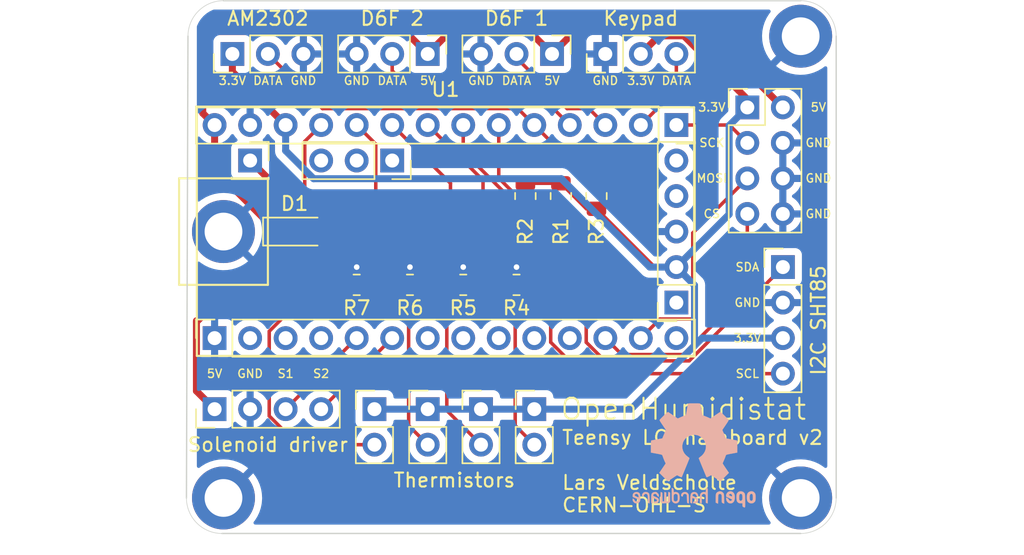
<source format=kicad_pcb>
(kicad_pcb (version 20210824) (generator pcbnew)
  (layers (0 "F.Cu" signal) (31 "B.Cu" signal) (34 "B.Paste" user) (35 "F.Paste" user) (36 "B.SilkS" user "B.Silkscreen") (37 "F.SilkS" user "F.Silkscreen") (38 "B.Mask" user) (39 "F.Mask" user) (44 "Edge.Cuts" user))
  (net 0 "")
  (net 1 "GND")
  (net 2 "+5V")
  (net 3 "+3V3")
  (net 4 "/11_MOSI0")
  (net 5 "/10_CS0")
  (net 6 "/2")
  (net 7 "/1_MISO1")
  (net 8 "/19_A5_SCL0")
  (net 9 "/18_A4_SDA0")
  (net 10 "/17_A3")
  (net 11 "/16_A2")
  (net 12 "/15_A1")
  (net 13 "/13_LED_SCK0")
  (net 14 "/14_A0")
  (net 15 "/12_MISO0")
  (net 16 "/9")
  (net 17 "/8")
  (net 18 "/7")
  (net 19 "/6_CS1")
  (net 20 "/5")
  (net 21 "/4")
  (net 22 "/3")
  (net 23 "/0_MOSI1")
  (net 24 "/23_A9_SDA1")
  (net 25 "/22_A8_SCL1")
  (net 26 "/20_A6_SCK1")
  (net 27 "/26_A12_DAC")
  (net 28 "/Program")
  (net 29 "Net-(J3-Pad1)")
  (net 30 "Net-(J4-Pad3)")
  (net 31 "/24_A10")
  (net 32 "/25_A11")
  (net 33 "VBUS")
  (net 34 "/21_A7")
  (footprint "Connector_PinSocket_2.54mm:PinSocket_1x14_P2.54mm_Vertical" (layer "F.Cu") (at 43.18 147.32 90)
    (fp_text reference "J1" hide)
    (fp_text value "Conn_01x14" hide)
    (pad "1" thru_hole rect locked (at 0 0 90) (size 1.7 1.7) (drill 1) (layers *.Cu *.Mask) (net 1 "GND"))
    (pad "2" thru_hole oval locked (at 0 2.54 90) (size 1.7 1.7) (drill 1) (layers *.Cu *.Mask) (net 23 "/0_MOSI1"))
    (pad "3" thru_hole oval locked (at 0 5.08 90) (size 1.7 1.7) (drill 1) (layers *.Cu *.Mask) (net 7 "/1_MISO1"))
    (pad "4" thru_hole oval locked (at 0 7.62 90) (size 1.7 1.7) (drill 1) (layers *.Cu *.Mask) (net 6 "/2"))
    (pad "5" thru_hole oval locked (at 0 10.16 90) (size 1.7 1.7) (drill 1) (layers *.Cu *.Mask) (net 22 "/3"))
    (pad "6" thru_hole oval locked (at 0 12.7 90) (size 1.7 1.7) (drill 1) (layers *.Cu *.Mask) (net 21 "/4"))
    (pad "7" thru_hole oval locked (at 0 15.24 90) (size 1.7 1.7) (drill 1) (layers *.Cu *.Mask) (net 20 "/5"))
    (pad "8" thru_hole oval locked (at 0 17.78 90) (size 1.7 1.7) (drill 1) (layers *.Cu *.Mask) (net 19 "/6_CS1"))
    (pad "9" thru_hole oval locked (at 0 20.32 90) (size 1.7 1.7) (drill 1) (layers *.Cu *.Mask) (net 18 "/7"))
    (pad "10" thru_hole oval locked (at 0 22.86 90) (size 1.7 1.7) (drill 1) (layers *.Cu *.Mask) (net 17 "/8"))
    (pad "11" thru_hole oval locked (at 0 25.4 90) (size 1.7 1.7) (drill 1) (layers *.Cu *.Mask) (net 16 "/9"))
    (pad "12" thru_hole oval locked (at 0 27.94 90) (size 1.7 1.7) (drill 1) (layers *.Cu *.Mask) (net 5 "/10_CS0"))
    (pad "13" thru_hole oval locked (at 0 30.48 90) (size 1.7 1.7) (drill 1) (layers *.Cu *.Mask) (net 4 "/11_MOSI0"))
    (pad "14" thru_hole oval locked (at 0 33.02 90) (size 1.7 1.7) (drill 1) (layers *.Cu *.Mask) (net 15 "/12_MISO0"))
  )
  (footprint "Connector_PinSocket_2.54mm:PinSocket_1x14_P2.54mm_Vertical" (layer "F.Cu") (at 76.2 132.08 -90)
    (fp_text reference "J2" hide)
    (fp_text value "Conn_01x14" hide)
    (pad "1" thru_hole rect locked (at 0 0 270) (size 1.7 1.7) (drill 1) (layers *.Cu *.Mask) (net 13 "/13_LED_SCK0"))
    (pad "2" thru_hole oval locked (at 0 2.54 270) (size 1.7 1.7) (drill 1) (layers *.Cu *.Mask) (net 14 "/14_A0"))
    (pad "3" thru_hole oval locked (at 0 5.08 270) (size 1.7 1.7) (drill 1) (layers *.Cu *.Mask) (net 12 "/15_A1"))
    (pad "4" thru_hole oval locked (at 0 7.62 270) (size 1.7 1.7) (drill 1) (layers *.Cu *.Mask) (net 11 "/16_A2"))
    (pad "5" thru_hole oval locked (at 0 10.16 270) (size 1.7 1.7) (drill 1) (layers *.Cu *.Mask) (net 10 "/17_A3"))
    (pad "6" thru_hole oval locked (at 0 12.7 270) (size 1.7 1.7) (drill 1) (layers *.Cu *.Mask) (net 9 "/18_A4_SDA0"))
    (pad "7" thru_hole oval locked (at 0 15.24 270) (size 1.7 1.7) (drill 1) (layers *.Cu *.Mask) (net 8 "/19_A5_SCL0"))
    (pad "8" thru_hole oval locked (at 0 17.78 270) (size 1.7 1.7) (drill 1) (layers *.Cu *.Mask) (net 26 "/20_A6_SCK1"))
    (pad "9" thru_hole oval locked (at 0 20.32 270) (size 1.7 1.7) (drill 1) (layers *.Cu *.Mask) (net 34 "/21_A7"))
    (pad "10" thru_hole oval locked (at 0 22.86 270) (size 1.7 1.7) (drill 1) (layers *.Cu *.Mask) (net 25 "/22_A8_SCL1"))
    (pad "11" thru_hole oval locked (at 0 25.4 270) (size 1.7 1.7) (drill 1) (layers *.Cu *.Mask) (net 24 "/23_A9_SDA1"))
    (pad "12" thru_hole oval locked (at 0 27.94 270) (size 1.7 1.7) (drill 1) (layers *.Cu *.Mask) (net 3 "+3V3"))
    (pad "13" thru_hole oval locked (at 0 30.48 270) (size 1.7 1.7) (drill 1) (layers *.Cu *.Mask) (net 1 "GND"))
    (pad "14" thru_hole oval locked (at 0 33.02 270) (size 1.7 1.7) (drill 1) (layers *.Cu *.Mask) (net 2 "+5V"))
  )
  (footprint "Connector_PinSocket_2.54mm:PinSocket_1x05_P2.54mm_Vertical" (layer "F.Cu") (at 76.2 144.78 180)
    (fp_text reference "J3" hide)
    (fp_text value "Conn_01x05" hide)
    (pad "1" thru_hole rect locked (at 0 0 180) (size 1.7 1.7) (drill 1) (layers *.Cu *.Mask) (net 29 "Net-(J3-Pad1)"))
    (pad "2" thru_hole oval locked (at 0 2.54 180) (size 1.7 1.7) (drill 1) (layers *.Cu *.Mask) (net 3 "+3V3"))
    (pad "3" thru_hole oval locked (at 0 5.08 180) (size 1.7 1.7) (drill 1) (layers *.Cu *.Mask) (net 1 "GND"))
    (pad "4" thru_hole oval locked (at 0 7.62 180) (size 1.7 1.7) (drill 1) (layers *.Cu *.Mask) (net 28 "/Program"))
    (pad "5" thru_hole oval locked (at 0 10.16 180) (size 1.7 1.7) (drill 1) (layers *.Cu *.Mask) (net 27 "/26_A12_DAC"))
  )
  (footprint "Connector_PinSocket_2.54mm:PinSocket_1x03_P2.54mm_Vertical" (layer "F.Cu") (at 55.88 134.62 -90)
    (fp_text reference "J4" hide)
    (fp_text value "Conn_01x03" hide)
    (pad "1" thru_hole rect locked (at 0 0 270) (size 1.7 1.7) (drill 1) (layers *.Cu *.Mask) (net 32 "/25_A11"))
    (pad "2" thru_hole oval locked (at 0 2.54 270) (size 1.7 1.7) (drill 1) (layers *.Cu *.Mask) (net 31 "/24_A10"))
    (pad "3" thru_hole oval locked (at 0 5.08 270) (size 1.7 1.7) (drill 1) (layers *.Cu *.Mask) (net 30 "Net-(J4-Pad3)"))
  )
  (footprint "Connector_PinSocket_2.54mm:PinSocket_1x01_P2.54mm_Vertical" (layer "F.Cu") (at 45.72 134.62)
    (fp_text reference "J5" hide)
    (fp_text value "Conn_01x01" hide)
    (pad "1" thru_hole rect locked (at 0 0) (size 1.7 1.7) (drill 1) (layers *.Cu *.Mask) (net 33 "VBUS"))
  )
  (footprint "Connector_PinHeader_2.54mm:PinHeader_1x03_P2.54mm_Vertical" (layer "F.Cu") (at 71.12 127 90)
    (fp_text reference "J6" hide)
    (fp_text value "Keypad" (at 2.54 2.54 180) (layer "F.SilkS"))
    (pad "1" thru_hole rect locked (at 0 0 90) (size 1.7 1.7) (drill 1) (layers *.Cu *.Mask) (net 1 "GND"))
    (pad "2" thru_hole oval locked (at 0 2.54 90) (size 1.7 1.7) (drill 1) (layers *.Cu *.Mask) (net 3 "+3V3"))
    (pad "3" thru_hole oval locked (at 0 5.08 90) (size 1.7 1.7) (drill 1) (layers *.Cu *.Mask) (net 14 "/14_A0"))
  )
  (footprint "Connector_PinHeader_2.54mm:PinHeader_1x03_P2.54mm_Vertical" (layer "F.Cu") (at 58.42 127 -90)
    (fp_text reference "J7" hide)
    (fp_text value "D6F 2" (at -2.54 2.54 180) (layer "F.SilkS"))
    (pad "1" thru_hole rect locked (at 0 0 270) (size 1.7 1.7) (drill 1) (layers *.Cu *.Mask) (net 2 "+5V"))
    (pad "2" thru_hole oval locked (at 0 2.54 270) (size 1.7 1.7) (drill 1) (layers *.Cu *.Mask) (net 11 "/16_A2"))
    (pad "3" thru_hole oval locked (at 0 5.08 270) (size 1.7 1.7) (drill 1) (layers *.Cu *.Mask) (net 1 "GND"))
  )
  (footprint "Connector_PinHeader_2.54mm:PinHeader_1x03_P2.54mm_Vertical" (layer "F.Cu") (at 67.31 127 -90)
    (fp_text reference "J8" hide)
    (fp_text value "D6F 1" (at -2.54 2.54 180) (layer "F.SilkS"))
    (pad "1" thru_hole rect locked (at 0 0 270) (size 1.7 1.7) (drill 1) (layers *.Cu *.Mask) (net 2 "+5V"))
    (pad "2" thru_hole oval locked (at 0 2.54 270) (size 1.7 1.7) (drill 1) (layers *.Cu *.Mask) (net 12 "/15_A1"))
    (pad "3" thru_hole oval locked (at 0 5.08 270) (size 1.7 1.7) (drill 1) (layers *.Cu *.Mask) (net 1 "GND"))
  )
  (footprint "Connector_PinHeader_2.54mm:PinHeader_2x04_P2.54mm_Vertical" (layer "F.Cu") (at 81.275 130.82)
    (fp_text reference "J9" hide)
    (fp_text value "SPI LCD")
    (pad "1" thru_hole rect locked (at 0 0) (size 1.7 1.7) (drill 1) (layers *.Cu *.Mask) (net 3 "+3V3"))
    (pad "2" thru_hole oval locked (at 2.54 0) (size 1.7 1.7) (drill 1) (layers *.Cu *.Mask) (net 2 "+5V"))
    (pad "3" thru_hole oval locked (at 0 2.54) (size 1.7 1.7) (drill 1) (layers *.Cu *.Mask) (net 13 "/13_LED_SCK0"))
    (pad "4" thru_hole oval locked (at 2.54 2.54) (size 1.7 1.7) (drill 1) (layers *.Cu *.Mask) (net 1 "GND"))
    (pad "5" thru_hole oval locked (at 0 5.08) (size 1.7 1.7) (drill 1) (layers *.Cu *.Mask) (net 4 "/11_MOSI0"))
    (pad "6" thru_hole oval locked (at 2.54 5.08) (size 1.7 1.7) (drill 1) (layers *.Cu *.Mask) (net 1 "GND"))
    (pad "7" thru_hole oval locked (at 0 7.62) (size 1.7 1.7) (drill 1) (layers *.Cu *.Mask) (net 5 "/10_CS0"))
    (pad "8" thru_hole oval locked (at 2.54 7.62) (size 1.7 1.7) (drill 1) (layers *.Cu *.Mask) (net 1 "GND"))
  )
  (footprint "Connector_PinHeader_2.54mm:PinHeader_1x04_P2.54mm_Vertical" (layer "F.Cu") (at 83.82 142.24)
    (fp_text reference "J10" hide)
    (fp_text value "I2C SHT85" (at 2.54 3.81 90) (layer "F.SilkS"))
    (pad "1" thru_hole rect locked (at 0 0) (size 1.7 1.7) (drill 1) (layers *.Cu *.Mask) (net 9 "/18_A4_SDA0"))
    (pad "2" thru_hole oval locked (at 0 2.54) (size 1.7 1.7) (drill 1) (layers *.Cu *.Mask) (net 1 "GND"))
    (pad "3" thru_hole oval locked (at 0 5.08) (size 1.7 1.7) (drill 1) (layers *.Cu *.Mask) (net 3 "+3V3"))
    (pad "4" thru_hole oval locked (at 0 7.62) (size 1.7 1.7) (drill 1) (layers *.Cu *.Mask) (net 8 "/19_A5_SCL0"))
  )
  (footprint "Connector_PinHeader_2.54mm:PinHeader_1x04_P2.54mm_Vertical" (layer "F.Cu") (at 43.18 152.4 90)
    (fp_text reference "J11" hide)
    (fp_text value "Solenoid driver" (at -2.54 3.81 180) (layer "F.SilkS"))
    (pad "1" thru_hole rect locked (at 0 0 90) (size 1.7 1.7) (drill 1) (layers *.Cu *.Mask) (net 2 "+5V"))
    (pad "2" thru_hole oval locked (at 0 2.54 90) (size 1.7 1.7) (drill 1) (layers *.Cu *.Mask) (net 1 "GND"))
    (pad "3" thru_hole oval locked (at 0 5.08 90) (size 1.7 1.7) (drill 1) (layers *.Cu *.Mask) (net 22 "/3"))
    (pad "4" thru_hole oval locked (at 0 7.62 90) (size 1.7 1.7) (drill 1) (layers *.Cu *.Mask) (net 21 "/4"))
  )
  (footprint "Resistor_SMD:R_0805_2012Metric" (layer "F.Cu") (at 67.945 137.16 -90)
    (fp_text reference "R1" (at 2.54 0 90) (layer "F.SilkS"))
    (fp_text value "4.7k")
    (pad "1" smd roundrect locked (at -0.9125 0 270) (size 1.025 1.4) (layers "F.Cu" "F.Paste" "F.Mask") (roundrect_rratio 0.243902439) (net 3 "+3V3"))
    (pad "2" smd roundrect locked (at 0.9125 0 270) (size 1.025 1.4) (layers "F.Cu" "F.Paste" "F.Mask") (roundrect_rratio 0.243902439) (net 9 "/18_A4_SDA0"))
  )
  (footprint "Connector_PinHeader_2.54mm:PinHeader_1x03_P2.54mm_Vertical" (layer "F.Cu") (at 44.45 127 90)
    (fp_text reference "J12" hide)
    (fp_text value "AM2302" (at 2.54 2.54 180) (layer "F.SilkS"))
    (pad "1" thru_hole rect locked (at 0 0 90) (size 1.7 1.7) (drill 1) (layers *.Cu *.Mask) (net 3 "+3V3"))
    (pad "2" thru_hole oval locked (at 0 2.54 90) (size 1.7 1.7) (drill 1) (layers *.Cu *.Mask) (net 10 "/17_A3"))
    (pad "3" thru_hole oval locked (at 0 5.08 90) (size 1.7 1.7) (drill 1) (layers *.Cu *.Mask) (net 1 "GND"))
  )
  (footprint "Resistor_SMD:R_0805_2012Metric" (layer "F.Cu") (at 70.485 137.16 -90)
    (fp_text reference "R3" (at 2.54 0 90) (layer "F.SilkS"))
    (fp_text value "4.7k")
    (pad "1" smd roundrect locked (at -0.9125 0 270) (size 1.025 1.4) (layers "F.Cu" "F.Paste" "F.Mask") (roundrect_rratio 0.243902439) (net 10 "/17_A3"))
    (pad "2" smd roundrect locked (at 0.9125 0 270) (size 1.025 1.4) (layers "F.Cu" "F.Paste" "F.Mask") (roundrect_rratio 0.243902439) (net 3 "+3V3"))
  )
  (footprint "Connector_PinHeader_2.54mm:PinHeader_1x02_P2.54mm_Vertical" (layer "F.Cu") (at 54.61 152.4)
    (fp_text reference "J16" hide)
    (fp_text value "Conn_01x02")
    (pad "1" thru_hole rect locked (at 0 0) (size 1.7 1.7) (drill 1) (layers *.Cu *.Mask) (net 3 "+3V3"))
    (pad "2" thru_hole oval locked (at 0 2.54) (size 1.7 1.7) (drill 1) (layers *.Cu *.Mask) (net 24 "/23_A9_SDA1"))
  )
  (footprint "Connector_PinHeader_2.54mm:PinHeader_1x02_P2.54mm_Vertical" (layer "F.Cu") (at 58.42 152.4)
    (fp_text reference "J15" hide)
    (fp_text value "Conn_01x02")
    (pad "1" thru_hole rect locked (at 0 0) (size 1.7 1.7) (drill 1) (layers *.Cu *.Mask) (net 3 "+3V3"))
    (pad "2" thru_hole oval locked (at 0 2.54) (size 1.7 1.7) (drill 1) (layers *.Cu *.Mask) (net 25 "/22_A8_SCL1"))
  )
  (footprint "Connector_PinHeader_2.54mm:PinHeader_1x02_P2.54mm_Vertical" (layer "F.Cu") (at 62.23 152.4)
    (fp_text reference "J14" hide)
    (fp_text value "Conn_01x02")
    (pad "1" thru_hole rect locked (at 0 0) (size 1.7 1.7) (drill 1) (layers *.Cu *.Mask) (net 3 "+3V3"))
    (pad "2" thru_hole oval locked (at 0 2.54) (size 1.7 1.7) (drill 1) (layers *.Cu *.Mask) (net 34 "/21_A7"))
  )
  (footprint "Connector_PinHeader_2.54mm:PinHeader_1x02_P2.54mm_Vertical" (layer "F.Cu") (at 66.04 152.4)
    (fp_text reference "J13" hide)
    (fp_text value "Conn_01x02")
    (pad "1" thru_hole rect locked (at 0 0) (size 1.7 1.7) (drill 1) (layers *.Cu *.Mask) (net 3 "+3V3"))
    (pad "2" thru_hole oval locked (at 0 2.54) (size 1.7 1.7) (drill 1) (layers *.Cu *.Mask) (net 26 "/20_A6_SCK1"))
  )
  (footprint "Resistor_SMD:R_0805_2012Metric" (layer "F.Cu") (at 53.34 143.51 180)
    (fp_text reference "R7" (at 0 -1.65) (layer "F.SilkS"))
    (fp_text value "10k")
    (pad "1" smd roundrect locked (at -0.9125 0 180) (size 1.025 1.4) (layers "F.Cu" "F.Paste" "F.Mask") (roundrect_rratio 0.243902439) (net 1 "GND"))
    (pad "2" smd roundrect locked (at 0.9125 0 180) (size 1.025 1.4) (layers "F.Cu" "F.Paste" "F.Mask") (roundrect_rratio 0.243902439) (net 24 "/23_A9_SDA1"))
  )
  (footprint "Resistor_SMD:R_0805_2012Metric" (layer "F.Cu") (at 57.15 143.51 180)
    (fp_text reference "R6" (at 0 -1.65) (layer "F.SilkS"))
    (fp_text value "10k")
    (pad "1" smd roundrect locked (at -0.9125 0 180) (size 1.025 1.4) (layers "F.Cu" "F.Paste" "F.Mask") (roundrect_rratio 0.243902439) (net 1 "GND"))
    (pad "2" smd roundrect locked (at 0.9125 0 180) (size 1.025 1.4) (layers "F.Cu" "F.Paste" "F.Mask") (roundrect_rratio 0.243902439) (net 25 "/22_A8_SCL1"))
  )
  (footprint "Resistor_SMD:R_0805_2012Metric" (layer "F.Cu") (at 60.96 143.51 180)
    (fp_text reference "R5" (at 0 -1.65) (layer "F.SilkS"))
    (fp_text value "10k")
    (pad "1" smd roundrect locked (at -0.9125 0 180) (size 1.025 1.4) (layers "F.Cu" "F.Paste" "F.Mask") (roundrect_rratio 0.243902439) (net 1 "GND"))
    (pad "2" smd roundrect locked (at 0.9125 0 180) (size 1.025 1.4) (layers "F.Cu" "F.Paste" "F.Mask") (roundrect_rratio 0.243902439) (net 34 "/21_A7"))
  )
  (footprint "Resistor_SMD:R_0805_2012Metric" (layer "F.Cu") (at 64.77 143.51 180)
    (fp_text reference "R4" (at 0 -1.65) (layer "F.SilkS"))
    (fp_text value "10k")
    (pad "1" smd roundrect locked (at -0.9125 0 180) (size 1.025 1.4) (layers "F.Cu" "F.Paste" "F.Mask") (roundrect_rratio 0.243902439) (net 1 "GND"))
    (pad "2" smd roundrect locked (at 0.9125 0 180) (size 1.025 1.4) (layers "F.Cu" "F.Paste" "F.Mask") (roundrect_rratio 0.243902439) (net 26 "/20_A6_SCK1"))
  )
  (footprint "Resistor_SMD:R_0805_2012Metric" (layer "F.Cu") (at 65.405 137.16 -90)
    (fp_text reference "R2" (at 2.54 0 90) (layer "F.SilkS"))
    (fp_text value "4.7k")
    (pad "1" smd roundrect locked (at -0.9125 0 270) (size 1.025 1.4) (layers "F.Cu" "F.Paste" "F.Mask") (roundrect_rratio 0.243902439) (net 3 "+3V3"))
    (pad "2" smd roundrect locked (at 0.9125 0 270) (size 1.025 1.4) (layers "F.Cu" "F.Paste" "F.Mask") (roundrect_rratio 0.243902439) (net 8 "/19_A5_SCL0"))
  )
  (footprint "MountingHole:MountingHole_2.7mm_M2.5_ISO14580_Pad" (layer "F.Cu") (at 85.09 125.73)
    (fp_text reference "REF**" hide)
    (fp_text value "MountingHole_2.7mm_M2.5_ISO14580_Pad")
    (pad "1" thru_hole circle locked (at 0 0) (size 4.5 4.5) (drill 2.7) (layers *.Cu *.Mask) (net 1 "GND"))
  )
  (footprint "MountingHole:MountingHole_2.7mm_M2.5_ISO14580_Pad" (layer "F.Cu") (at 43.815 139.7)
    (fp_text reference "REF**" hide)
    (fp_text value "MountingHole_2.7mm_M2.5_ISO14580_Pad")
    (pad "1" thru_hole circle locked (at 0 0) (size 4.5 4.5) (drill 2.7) (layers *.Cu *.Mask) (net 1 "GND"))
  )
  (footprint "project_footprints:Teensy_LC" (layer "F.Cu") (at 59.69 139.7)
    (fp_text reference "U1" (at 0 -10.16) (layer "F.SilkS"))
    (fp_text value "Teensy-LC")
  )
  (footprint "Diode_SMD:D_SOD-123" (layer "F.Cu") (at 48.895 139.7)
    (fp_text reference "D1" (at 0 -2) (layer "F.SilkS"))
    (fp_text value "1N5817")
    (pad "1" smd rect locked (at -1.65 0) (size 0.9 1.2) (layers "F.Cu" "F.Paste" "F.Mask") (net 2 "+5V"))
    (pad "2" smd rect locked (at 1.65 0) (size 0.9 1.2) (layers "F.Cu" "F.Paste" "F.Mask") (net 33 "VBUS"))
  )
  (footprint "MountingHole:MountingHole_2.7mm_M2.5_ISO14580_Pad" (layer "F.Cu") (at 85.09 158.75)
    (fp_text reference "REF**" hide)
    (fp_text value "MountingHole_2.7mm_M2.5_ISO14580_Pad")
    (pad "1" thru_hole circle locked (at 0 0) (size 4.5 4.5) (drill 2.7) (layers *.Cu *.Mask) (net 1 "GND"))
  )
  (footprint "MountingHole:MountingHole_2.7mm_M2.5_ISO14580_Pad" (layer "F.Cu") (at 43.815 158.75)
    (fp_text reference "REF**" hide)
    (fp_text value "MountingHole_2.7mm_M2.5_ISO14580_Pad")
    (pad "1" thru_hole circle locked (at 0 0) (size 4.5 4.5) (drill 2.7) (layers *.Cu *.Mask) (net 1 "GND"))
  )
  (footprint "Symbol:OSHW-Logo2_9.8x8mm_SilkScreen" (layer "B.Cu") (at 77.47 155.702 180)
    (fp_text reference "REF**" hide)
    (fp_text value "OSHW-Logo2_9.8x8mm_SilkScreen" hide)
  )
  (gr_arc (start 43.706051 158.75) (end 41.166051 158.75) (angle -90) (layer "Edge.Cuts") (width 0.05))
  (gr_arc (start 43.815 125.73) (end 43.815 123.19) (angle -90) (layer "Edge.Cuts") (width 0.05))
  (gr_arc (start 85.09 125.73) (end 87.63 125.73) (angle -90) (layer "Edge.Cuts") (width 0.05))
  (gr_arc (start 85.09 158.75) (end 85.09 161.29) (angle -90) (layer "Edge.Cuts") (width 0.05))
  (gr_line (start 87.63 125.73) (end 87.63 158.75) (layer "Edge.Cuts") (width 0.1))
  (gr_line (start 85.09 161.29) (end 43.706051 161.29) (layer "Edge.Cuts") (width 0.1))
  (gr_line (start 43.815 123.19) (end 85.09 123.19) (layer "Edge.Cuts") (width 0.1))
  (gr_line (start 41.166051 158.75) (end 41.275 125.73) (layer "Edge.Cuts") (width 0.1))
  (gr_text "DATA" (at 46.99 128.905) (layer "F.SilkS") (effects (font (size 0.6 0.6) (thickness 0.1))))
  (gr_text "5V" (at 58.42 128.905) (layer "F.SilkS") (effects (font (size 0.6 0.6) (thickness 0.1))))
  (gr_text "3.3V" (at 73.66 128.905) (layer "F.SilkS") (effects (font (size 0.6 0.6) (thickness 0.1))))
  (gr_text "DATA" (at 76.2 128.905) (layer "F.SilkS") (effects (font (size 0.6 0.6) (thickness 0.1))))
  (gr_text "GND" (at 71.12 128.905) (layer "F.SilkS") (effects (font (size 0.6 0.6) (thickness 0.1))))
  (gr_text "S2" (at 50.8 149.86) (layer "F.SilkS") (effects (font (size 0.6 0.6) (thickness 0.1))))
  (gr_text "GND" (at 86.36 135.89) (layer "F.SilkS") (effects (font (size 0.6 0.6) (thickness 0.1))))
  (gr_text "GND" (at 86.36 138.43) (layer "F.SilkS") (effects (font (size 0.6 0.6) (thickness 0.1))))
  (gr_text "3.3V" (at 78.74 130.81) (layer "F.SilkS") (effects (font (size 0.6 0.6) (thickness 0.1))))
  (gr_text "GND" (at 86.36 133.35) (layer "F.SilkS") (effects (font (size 0.6 0.6) (thickness 0.1))))
  (gr_text "DATA" (at 55.88 128.905) (layer "F.SilkS") (effects (font (size 0.6 0.6) (thickness 0.1))))
  (gr_text "GND" (at 45.72 149.86) (layer "F.SilkS") (effects (font (size 0.6 0.6) (thickness 0.1))))
  (gr_text "GND" (at 49.53 128.905) (layer "F.SilkS") (effects (font (size 0.6 0.6) (thickness 0.1))))
  (gr_text "OpenHumidistat" (at 76.708 152.4) (layer "F.SilkS") (effects (font (size 1.5 1.5))))
  (gr_text "5V" (at 43.18 149.86) (layer "F.SilkS") (effects (font (size 0.6 0.6) (thickness 0.1))))
  (gr_text "SDA" (at 81.28 142.24) (layer "F.SilkS") (effects (font (size 0.6 0.6) (thickness 0.1))))
  (gr_text "3.3V" (at 44.45 128.905) (layer "F.SilkS") (effects (font (size 0.6 0.6) (thickness 0.1))))
  (gr_text "S1" (at 48.26 149.86) (layer "F.SilkS") (effects (font (size 0.6 0.6) (thickness 0.1))))
  (gr_text "Teensy LC mainboard v2\n\nLars Veldscholte\nCERN-OHL-S" (at 67.945 156.845) (layer "F.SilkS") (effects (font (size 1 1)) (justify left)))
  (gr_text "SCL" (at 81.28 149.86) (layer "F.SilkS") (effects (font (size 0.6 0.6) (thickness 0.1))))
  (gr_text "MOSI" (at 78.74 135.89) (layer "F.SilkS") (effects (font (size 0.6 0.6) (thickness 0.1))))
  (gr_text "5V" (at 86.36 130.81) (layer "F.SilkS") (effects (font (size 0.6 0.6) (thickness 0.1))))
  (gr_text "GND" (at 53.34 128.905) (layer "F.SilkS") (effects (font (size 0.6 0.6) (thickness 0.1))))
  (gr_text "GND" (at 81.28 144.78) (layer "F.SilkS") (effects (font (size 0.6 0.6) (thickness 0.1))))
  (gr_text "Thermistors" (at 60.325 157.48) (layer "F.SilkS") (effects (font (size 1 1))))
  (gr_text "5V" (at 67.31 128.905) (layer "F.SilkS") (effects (font (size 0.6 0.6) (thickness 0.1))))
  (gr_text "GND" (at 62.23 128.905) (layer "F.SilkS") (effects (font (size 0.6 0.6) (thickness 0.1))))
  (gr_text "CS" (at 78.74 138.43) (layer "F.SilkS") (effects (font (size 0.6 0.6) (thickness 0.1))))
  (gr_text "SCK" (at 78.74 133.35) (layer "F.SilkS") (effects (font (size 0.6 0.6) (thickness 0.1))))
  (gr_text "DATA" (at 64.77 128.905) (layer "F.SilkS") (effects (font (size 0.6 0.6) (thickness 0.1))))
  (gr_text "3.3V" (at 81.28 147.32) (layer "F.SilkS") (effects (font (size 0.6 0.6) (thickness 0.1))))
  (segment (start 64.77 142.5975) (end 65.6825 143.51) (width 0.25) (layer "F.Cu") (net 1))
  (segment (start 53.34 142.5975) (end 54.2525 143.51) (width 0.25) (layer "F.Cu") (net 1))
  (segment (start 57.15 142.5975) (end 58.0625 143.51) (width 0.25) (layer "F.Cu") (net 1))
  (segment (start 60.96 142.24) (end 60.96 142.5975) (width 0.25) (layer "F.Cu") (net 1))
  (segment (start 64.77 142.24) (end 64.77 142.5975) (width 0.25) (layer "F.Cu") (net 1))
  (segment (start 60.96 142.5975) (end 61.8725 143.51) (width 0.25) (layer "F.Cu") (net 1))
  (segment (start 57.15 142.24) (end 57.15 142.5975) (width 0.25) (layer "F.Cu") (net 1))
  (segment (start 53.34 142.24) (end 53.34 142.5975) (width 0.25) (layer "F.Cu") (net 1))
  (via (at 64.77 142.24) (size 0.8) (drill 0.4) (layers "F.Cu" "B.Cu") (net 1))
  (via (at 57.15 142.24) (size 0.8) (drill 0.4) (layers "F.Cu" "B.Cu") (net 1))
  (via (at 60.96 142.24) (size 0.8) (drill 0.4) (layers "F.Cu" "B.Cu") (net 1))
  (via (at 53.34 142.24) (size 0.8) (drill 0.4) (layers "F.Cu" "B.Cu") (net 1))
  (segment (start 45.72 132.109998) (end 45.72 132.08) (width 0.5) (layer "B.Cu") (net 1))
  (segment (start 69.309021 125.000979) (end 77.995979 125.000979) (width 0.5) (layer "F.Cu") (net 2))
  (segment (start 67.31 127) (end 69.309021 125.000979) (width 0.5) (layer "F.Cu") (net 2))
  (segment (start 65.709999 125.399999) (end 67.31 127) (width 0.5) (layer "F.Cu") (net 2))
  (segment (start 47.245 139.7) (end 47.245 140.8) (width 0.5) (layer "F.Cu") (net 2))
  (segment (start 43.18 152.4) (end 41.879999 151.099999) (width 0.5) (layer "F.Cu") (net 2))
  (segment (start 42.330001 126.069997) (end 42.999999 125.399999) (width 0.5) (layer "F.Cu") (net 2))
  (segment (start 41.879999 151.099999) (end 41.879999 146.080001) (width 0.5) (layer "F.Cu") (net 2))
  (segment (start 43.18 135.247314) (end 47.245 139.312314) (width 0.5) (layer "F.Cu") (net 2))
  (segment (start 58.42 127) (end 60.020001 125.399999) (width 0.5) (layer "F.Cu") (net 2))
  (segment (start 77.995979 125.000979) (end 83.815 130.82) (width 0.5) (layer "F.Cu") (net 2))
  (segment (start 42.999999 125.399999) (end 56.819999 125.399999) (width 0.5) (layer "F.Cu") (net 2))
  (segment (start 43.18 132.08) (end 42.330001 131.230001) (width 0.5) (layer "F.Cu") (net 2))
  (segment (start 60.020001 125.399999) (end 65.709999 125.399999) (width 0.5) (layer "F.Cu") (net 2))
  (segment (start 47.245 139.312314) (end 47.245 139.7) (width 0.5) (layer "F.Cu") (net 2))
  (segment (start 56.819999 125.399999) (end 58.42 127) (width 0.5) (layer "F.Cu") (net 2))
  (segment (start 47.245 140.8) (end 41.879999 146.165001) (width 0.5) (layer "F.Cu") (net 2))
  (segment (start 42.330001 131.230001) (end 42.330001 126.069997) (width 0.5) (layer "F.Cu") (net 2))
  (segment (start 43.18 132.08) (end 43.18 135.247314) (width 0.5) (layer "F.Cu") (net 2))
  (segment (start 67.945 136.2475) (end 65.405 136.2475) (width 0.25) (layer "F.Cu") (net 3))
  (segment (start 81.275 130.237213) (end 81.275 130.82) (width 0.5) (layer "F.Cu") (net 3))
  (segment (start 74.959511 125.700489) (end 76.738276 125.700489) (width 0.5) (layer "F.Cu") (net 3))
  (segment (start 76.2 142.24) (end 74.6525 142.24) (width 0.25) (layer "F.Cu") (net 3))
  (segment (start 44.45 128.27) (end 48.26 132.08) (width 0.5) (layer "F.Cu") (net 3))
  (segment (start 44.45 127) (end 44.45 128.27) (width 0.5) (layer "F.Cu") (net 3))
  (segment (start 74.6525 142.24) (end 70.485 138.0725) (width 0.25) (layer "F.Cu") (net 3))
  (segment (start 70.485 138.0725) (end 69.77 138.0725) (width 0.25) (layer "F.Cu") (net 3))
  (segment (start 69.77 138.0725) (end 67.945 136.2475) (width 0.25) (layer "F.Cu") (net 3))
  (segment (start 76.738276 125.700489) (end 81.275 130.237213) (width 0.5) (layer "F.Cu") (net 3))
  (segment (start 73.66 127) (end 74.959511 125.700489) (width 0.5) (layer "F.Cu") (net 3))
  (segment (start 72.957787 152.4) (end 77.499511 147.858276) (width 0.5) (layer "B.Cu") (net 3))
  (segment (start 67.974511 135.919511) (end 50.261724 135.919511) (width 0.5) (layer "B.Cu") (net 3))
  (segment (start 74.295 142.24) (end 67.974511 135.919511) (width 0.5) (layer "B.Cu") (net 3))
  (segment (start 58.42 152.4) (end 62.23 152.4) (width 0.5) (layer "B.Cu") (net 3))
  (segment (start 76.2 142.24) (end 74.295 142.24) (width 0.5) (layer "B.Cu") (net 3))
  (segment (start 48.26 133.917787) (end 48.26 132.08) (width 0.5) (layer "B.Cu") (net 3))
  (segment (start 54.61 152.4) (end 58.42 152.4) (width 0.5) (layer "B.Cu") (net 3))
  (segment (start 79.975489 132.119511) (end 81.275 130.82) (width 0.5) (layer "B.Cu") (net 3))
  (segment (start 76.2 142.24) (end 79.975489 138.464511) (width 0.5) (layer "B.Cu") (net 3))
  (segment (start 77.499511 143.539511) (end 76.2 142.24) (width 0.5) (layer "B.Cu") (net 3))
  (segment (start 77.499511 147.858276) (end 77.499511 143.539511) (width 0.5) (layer "B.Cu") (net 3))
  (segment (start 83.82 147.32) (end 78.037787 147.32) (width 0.5) (layer "B.Cu") (net 3))
  (segment (start 79.975489 138.464511) (end 79.975489 132.119511) (width 0.5) (layer "B.Cu") (net 3))
  (segment (start 78.037787 147.32) (end 77.499511 147.858276) (width 0.5) (layer "B.Cu") (net 3))
  (segment (start 66.04 152.4) (end 72.957787 152.4) (width 0.5) (layer "B.Cu") (net 3))
  (segment (start 62.23 152.4) (end 66.04 152.4) (width 0.5) (layer "B.Cu") (net 3))
  (segment (start 50.261724 135.919511) (end 48.26 133.917787) (width 0.5) (layer "B.Cu") (net 3))
  (segment (start 77.374511 139.800489) (end 81.275 135.9) (width 0.25) (layer "F.Cu") (net 4))
  (segment (start 73.66 147.32) (end 75.025489 145.954511) (width 0.25) (layer "F.Cu") (net 4))
  (segment (start 77.374511 145.954511) (end 77.374511 139.800489) (width 0.25) (layer "F.Cu") (net 4))
  (segment (start 75.025489 145.954511) (end 77.374511 145.954511) (width 0.25) (layer "F.Cu") (net 4))
  (segment (start 71.12 147.32) (end 72.294511 148.494511) (width 0.25) (layer "F.Cu") (net 5))
  (segment (start 76.686499 148.494511) (end 81.275 143.90601) (width 0.25) (layer "F.Cu") (net 5))
  (segment (start 72.294511 148.494511) (end 76.686499 148.494511) (width 0.25) (layer "F.Cu") (net 5))
  (segment (start 81.275 143.90601) (end 81.275 138.44) (width 0.25) (layer "F.Cu") (net 5))
  (segment (start 69.45899 149.86) (end 67.214511 147.615521) (width 0.25) (layer "F.Cu") (net 8))
  (segment (start 65.062376 138.0725) (end 65.405 138.0725) (width 0.25) (layer "F.Cu") (net 8))
  (segment (start 60.96 132.08) (end 60.96 133.970124) (width 0.25) (layer "F.Cu") (net 8))
  (segment (start 83.82 149.86) (end 69.45899 149.86) (width 0.25) (layer "F.Cu") (net 8))
  (segment (start 67.214511 147.615521) (end 67.214511 139.882011) (width 0.25) (layer "F.Cu") (net 8))
  (segment (start 60.96 133.970124) (end 65.062376 138.0725) (width 0.25) (layer "F.Cu") (net 8))
  (segment (start 67.214511 139.882011) (end 65.405 138.0725) (width 0.25) (layer "F.Cu") (net 8))
  (segment (start 69.754511 147.615521) (end 69.754511 139.882011) (width 0.25) (layer "F.Cu") (net 9))
  (segment (start 83.82 142.24) (end 77.115978 148.944022) (width 0.25) (layer "F.Cu") (net 9))
  (segment (start 64.86106 137.23548) (end 67.10798 137.23548) (width 0.25) (layer "F.Cu") (net 9))
  (segment (start 63.5 135.87442) (end 64.86106 137.23548) (width 0.25) (layer "F.Cu") (net 9))
  (segment (start 67.10798 137.23548) (end 67.945 138.0725) (width 0.25) (layer "F.Cu") (net 9))
  (segment (start 63.5 132.08) (end 63.5 135.87442) (width 0.25) (layer "F.Cu") (net 9))
  (segment (start 69.754511 139.882011) (end 67.945 138.0725) (width 0.25) (layer "F.Cu") (net 9))
  (segment (start 71.083012 148.944022) (end 69.754511 147.615521) (width 0.25) (layer "F.Cu") (net 9))
  (segment (start 77.115978 148.944022) (end 71.083012 148.944022) (width 0.25) (layer "F.Cu") (net 9))
  (segment (start 70.2075 136.2475) (end 70.485 136.2475) (width 0.25) (layer "F.Cu") (net 10))
  (segment (start 64.864999 130.904999) (end 66.04 132.08) (width 0.25) (layer "F.Cu") (net 10))
  (segment (start 50.894999 130.904999) (end 64.864999 130.904999) (width 0.25) (layer "F.Cu") (net 10))
  (segment (start 46.99 127) (end 50.894999 130.904999) (width 0.25) (layer "F.Cu") (net 10))
  (segment (start 66.04 132.08) (end 70.2075 136.2475) (width 0.25) (layer "F.Cu") (net 10))
  (segment (start 58.132908 130.454989) (end 66.954989 130.454989) (width 0.25) (layer "F.Cu") (net 11))
  (segment (start 55.88 127) (end 55.88 128.202081) (width 0.25) (layer "F.Cu") (net 11))
  (segment (start 66.954989 130.454989) (end 68.58 132.08) (width 0.25) (layer "F.Cu") (net 11))
  (segment (start 55.88 128.202081) (end 58.132908 130.454989) (width 0.25) (layer "F.Cu") (net 11))
  (segment (start 69.944999 130.904999) (end 71.12 132.08) (width 0.25) (layer "F.Cu") (net 12))
  (segment (start 64.77 127.285002) (end 68.389997 130.904999) (width 0.25) (layer "F.Cu") (net 12))
  (segment (start 64.77 127) (end 64.77 127.285002) (width 0.25) (layer "F.Cu") (net 12))
  (segment (start 68.389997 130.904999) (end 69.944999 130.904999) (width 0.25) (layer "F.Cu") (net 12))
  (segment (start 76.2 132.08) (end 79.995 132.08) (width 0.25) (layer "F.Cu") (net 13))
  (segment (start 79.995 132.08) (end 81.275 133.36) (width 0.25) (layer "F.Cu") (net 13))
  (segment (start 76.2 129.54) (end 73.66 132.08) (width 0.25) (layer "F.Cu") (net 14))
  (segment (start 76.2 127) (end 76.2 129.54) (width 0.25) (layer "F.Cu") (net 14))
  (segment (start 50.8 152.4) (end 55.88 147.32) (width 0.25) (layer "F.Cu") (net 21))
  (segment (start 48.26 152.4) (end 53.34 147.32) (width 0.25) (layer "F.Cu") (net 22))
  (segment (start 49.625489 137.081467) (end 51.319511 138.775489) (width 0.25) (layer "F.Cu") (net 24))
  (segment (start 47.085489 152.886499) (end 49.13899 154.94) (width 0.25) (layer "F.Cu") (net 24))
  (segment (start 51.319511 142.599479) (end 47.085489 146.833501) (width 0.25) (layer "F.Cu") (net 24))
  (segment (start 50.8 132.08) (end 49.625489 133.254511) (width 0.25) (layer "F.Cu") (net 24))
  (segment (start 51.319511 142.599479) (end 51.516979 142.599479) (width 0.25) (layer "F.Cu") (net 24))
  (segment (start 49.13899 154.94) (end 54.61 154.94) (width 0.25) (layer "F.Cu") (net 24))
  (segment (start 49.625489 133.254511) (end 49.625489 137.081467) (width 0.25) (layer "F.Cu") (net 24))
  (segment (start 51.319511 138.775489) (end 51.319511 142.599479) (width 0.25) (layer "F.Cu") (net 24))
  (segment (start 47.085489 146.833501) (end 47.085489 152.886499) (width 0.25) (layer "F.Cu") (net 24))
  (segment (start 51.516979 142.599479) (end 52.4275 143.51) (width 0.25) (layer "F.Cu") (net 24))
  (segment (start 57.054511 153.574511) (end 58.42 154.94) (width 0.25) (layer "F.Cu") (net 25))
  (segment (start 54.704999 141.977499) (end 56.2375 143.51) (width 0.25) (layer "F.Cu") (net 25))
  (segment (start 53.34 132.08) (end 54.704999 133.444999) (width 0.25) (layer "F.Cu") (net 25))
  (segment (start 54.704999 133.444999) (end 54.704999 141.977499) (width 0.25) (layer "F.Cu") (net 25))
  (segment (start 57.054511 144.327011) (end 57.054511 153.574511) (width 0.25) (layer "F.Cu") (net 25))
  (segment (start 56.2375 143.51) (end 57.054511 144.327011) (width 0.25) (layer "F.Cu") (net 25))
  (segment (start 63.8575 143.51) (end 64.674511 144.327011) (width 0.25) (layer "F.Cu") (net 26))
  (segment (start 58.42 132.08) (end 62.375489 136.035489) (width 0.25) (layer "F.Cu") (net 26))
  (segment (start 64.674511 153.574511) (end 66.04 154.94) (width 0.25) (layer "F.Cu") (net 26))
  (segment (start 62.375489 136.035489) (end 62.375489 142.027989) (width 0.25) (layer "F.Cu") (net 26))
  (segment (start 62.375489 142.027989) (end 63.8575 143.51) (width 0.25) (layer "F.Cu") (net 26))
  (segment (start 64.674511 144.327011) (end 64.674511 153.574511) (width 0.25) (layer "F.Cu") (net 26))
  (segment (start 45.72 134.62) (end 50.545 139.445) (width 0.5) (layer "F.Cu") (net 33))
  (segment (start 50.545 139.445) (end 50.545 139.7) (width 0.5) (layer "F.Cu") (net 33))
  (segment (start 60.0475 136.2475) (end 60.0475 143.51) (width 0.25) (layer "F.Cu") (net 34))
  (segment (start 60.0475 143.51) (end 59.785489 143.772011) (width 0.25) (layer "F.Cu") (net 34))
  (segment (start 59.785489 152.495489) (end 62.23 154.94) (width 0.25) (layer "F.Cu") (net 34))
  (segment (start 55.88 132.08) (end 60.0475 136.2475) (width 0.25) (layer "F.Cu") (net 34))
  (segment (start 59.785489 143.772011) (end 59.785489 152.495489) (width 0.25) (layer "F.Cu") (net 34))
  (zone (net 1) (net_name "GND") (layer "B.Cu") (connect_pads (clearance 0.508)) (min_thickness 0.254) (fill yes (thermal_gap 0.508) (thermal_bridge_width 0.508))
    (polygon (pts (xy 86.995 160.655) (xy 41.91 160.655) (xy 41.91 123.825) (xy 86.995 123.825)))
  )
)
</source>
